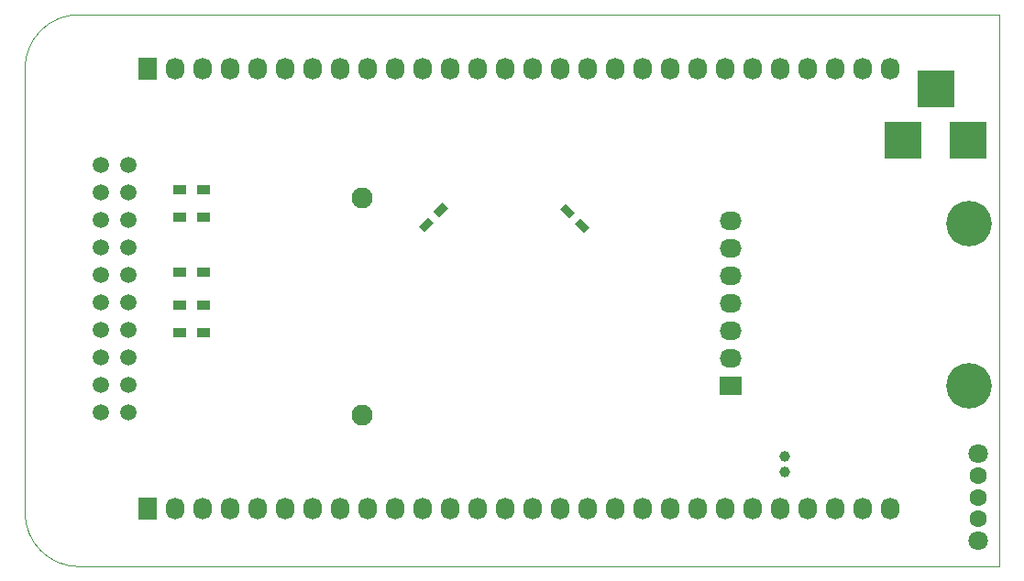
<source format=gbr>
G04 #@! TF.FileFunction,Soldermask,Bot*
%FSLAX46Y46*%
G04 Gerber Fmt 4.6, Leading zero omitted, Abs format (unit mm)*
G04 Created by KiCad (PCBNEW (2015-01-16 BZR 5376)-product) date 8/3/2015 4:30:31 PM*
%MOMM*%
G01*
G04 APERTURE LIST*
%ADD10C,0.100000*%
%ADD11R,3.500120X3.500120*%
%ADD12R,2.032000X1.727200*%
%ADD13O,2.032000X1.727200*%
%ADD14C,4.200000*%
%ADD15C,1.948180*%
%ADD16R,1.200000X0.900000*%
%ADD17C,1.600000*%
%ADD18C,1.800000*%
%ADD19C,1.000760*%
%ADD20C,1.506220*%
%ADD21R,1.727200X2.032000*%
%ADD22O,1.727200X2.032000*%
G04 APERTURE END LIST*
D10*
X165000000Y-107000000D02*
X80000000Y-107000000D01*
X80000000Y-56000000D02*
X165000000Y-56000000D01*
X165000000Y-56000000D02*
X165000000Y-107000000D01*
X75000000Y-61000000D02*
X75000000Y-102000000D01*
X80000000Y-56000000D02*
G75*
G03X75000000Y-61000000I0J-5000000D01*
G01*
X75000000Y-102000000D02*
G75*
G03X80000000Y-107000000I5000000J0D01*
G01*
D11*
X156105860Y-67564000D03*
X162105340Y-67564000D03*
X159105600Y-62865000D03*
D12*
X140208000Y-90296000D03*
D13*
X140208000Y-87756000D03*
X140208000Y-85216000D03*
X140208000Y-82676000D03*
X140208000Y-80136000D03*
X140208000Y-77596000D03*
X140208000Y-75056000D03*
D14*
X162208000Y-90296000D03*
X162208000Y-75296000D03*
D15*
X106172000Y-72964040D03*
X106172000Y-92964000D03*
D10*
G36*
X124432320Y-73972150D02*
X124962650Y-73441820D01*
X125811178Y-74290348D01*
X125280848Y-74820678D01*
X124432320Y-73972150D01*
X124432320Y-73972150D01*
G37*
G36*
X125775822Y-75315652D02*
X126306152Y-74785322D01*
X127154680Y-75633850D01*
X126624350Y-76164180D01*
X125775822Y-75315652D01*
X125775822Y-75315652D01*
G37*
G36*
X111881650Y-76100680D02*
X111351320Y-75570350D01*
X112199848Y-74721822D01*
X112730178Y-75252152D01*
X111881650Y-76100680D01*
X111881650Y-76100680D01*
G37*
G36*
X113225152Y-74757178D02*
X112694822Y-74226848D01*
X113543350Y-73378320D01*
X114073680Y-73908650D01*
X113225152Y-74757178D01*
X113225152Y-74757178D01*
G37*
D16*
X89324000Y-85344000D03*
X91524000Y-85344000D03*
X89324000Y-82804000D03*
X91524000Y-82804000D03*
X89324000Y-79756000D03*
X91524000Y-79756000D03*
X89324000Y-74676000D03*
X91524000Y-74676000D03*
X89324000Y-72136000D03*
X91524000Y-72136000D03*
D17*
X163068000Y-98584000D03*
X163068000Y-100584000D03*
X163068000Y-102584000D03*
D18*
X163068000Y-104584000D03*
X163068000Y-96584000D03*
D19*
X145161000Y-96786700D03*
X145161000Y-98285300D03*
D20*
X84582000Y-92710000D03*
X82042000Y-92710000D03*
X84582000Y-90170000D03*
X82042000Y-90170000D03*
X84582000Y-87630000D03*
X82042000Y-87630000D03*
X84582000Y-85090000D03*
X82042000Y-85090000D03*
X84582000Y-82550000D03*
X82042000Y-82550000D03*
X84582000Y-80010000D03*
X82042000Y-80010000D03*
X84582000Y-77470000D03*
X82042000Y-77470000D03*
X84582000Y-74930000D03*
X82042000Y-74930000D03*
X84582000Y-72390000D03*
X82042000Y-72390000D03*
X84582000Y-69850000D03*
X82042000Y-69850000D03*
D21*
X86360000Y-101600000D03*
D22*
X88900000Y-101600000D03*
X91440000Y-101600000D03*
X93980000Y-101600000D03*
X96520000Y-101600000D03*
X99060000Y-101600000D03*
X101600000Y-101600000D03*
X104140000Y-101600000D03*
X106680000Y-101600000D03*
X109220000Y-101600000D03*
X111760000Y-101600000D03*
X114300000Y-101600000D03*
X116840000Y-101600000D03*
X119380000Y-101600000D03*
X121920000Y-101600000D03*
X124460000Y-101600000D03*
X127000000Y-101600000D03*
X129540000Y-101600000D03*
X132080000Y-101600000D03*
X134620000Y-101600000D03*
X137160000Y-101600000D03*
X139700000Y-101600000D03*
X142240000Y-101600000D03*
X144780000Y-101600000D03*
X147320000Y-101600000D03*
X149860000Y-101600000D03*
X152400000Y-101600000D03*
X154940000Y-101600000D03*
D21*
X86360000Y-60960000D03*
D22*
X88900000Y-60960000D03*
X91440000Y-60960000D03*
X93980000Y-60960000D03*
X96520000Y-60960000D03*
X99060000Y-60960000D03*
X101600000Y-60960000D03*
X104140000Y-60960000D03*
X106680000Y-60960000D03*
X109220000Y-60960000D03*
X111760000Y-60960000D03*
X114300000Y-60960000D03*
X116840000Y-60960000D03*
X119380000Y-60960000D03*
X121920000Y-60960000D03*
X124460000Y-60960000D03*
X127000000Y-60960000D03*
X129540000Y-60960000D03*
X132080000Y-60960000D03*
X134620000Y-60960000D03*
X137160000Y-60960000D03*
X139700000Y-60960000D03*
X142240000Y-60960000D03*
X144780000Y-60960000D03*
X147320000Y-60960000D03*
X149860000Y-60960000D03*
X152400000Y-60960000D03*
X154940000Y-60960000D03*
M02*

</source>
